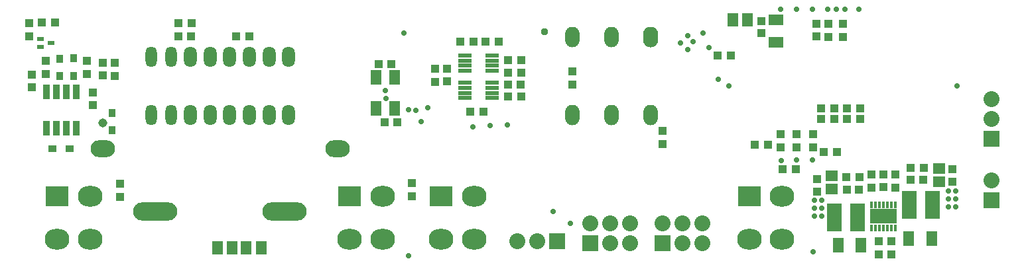
<source format=gbs>
G04 Layer_Color=16711935*
%FSLAX24Y24*%
%MOIN*%
G70*
G01*
G75*
%ADD68R,0.0409X0.0449*%
%ADD69R,0.0449X0.0449*%
%ADD71R,0.0449X0.0409*%
%ADD72R,0.0339X0.0756*%
%ADD73R,0.0331X0.0213*%
%ADD74R,0.0370X0.0390*%
%ADD75R,0.0390X0.0370*%
%ADD79R,0.0528X0.0685*%
%ADD85R,0.0449X0.0449*%
%ADD88O,0.1236X0.1039*%
%ADD89R,0.1157X0.1039*%
%ADD90R,0.0803X0.0803*%
%ADD91C,0.0803*%
%ADD92R,0.0803X0.0803*%
%ADD93O,0.0724X0.1039*%
%ADD94O,0.0764X0.1039*%
%ADD95C,0.0291*%
%ADD96O,0.1236X0.0843*%
%ADD97O,0.0567X0.1039*%
%ADD98O,0.0646X0.1039*%
%ADD99O,0.2220X0.0921*%
%ADD100C,0.0449*%
%ADD101R,0.0764X0.0567*%
%ADD102R,0.0154X0.0331*%
%ADD103R,0.1354X0.0724*%
%ADD104R,0.0764X0.1394*%
%ADD105R,0.0685X0.0193*%
%ADD106R,0.0528X0.0764*%
%ADD107R,0.0646X0.0567*%
%ADD108R,0.0567X0.0764*%
%ADD109C,0.0370*%
D68*
X35453Y10551D02*
D03*
X36122D02*
D03*
X8327Y12165D02*
D03*
X8996D02*
D03*
X11240Y11496D02*
D03*
X11909D02*
D03*
X40650Y7874D02*
D03*
X41319D02*
D03*
X42618D02*
D03*
X41949D02*
D03*
X41319Y7323D02*
D03*
X40650D02*
D03*
X41949D02*
D03*
X42618D02*
D03*
X24902Y8465D02*
D03*
X25571D02*
D03*
X23681Y7717D02*
D03*
X23012D02*
D03*
X25571Y9685D02*
D03*
X24902D02*
D03*
X25571Y10315D02*
D03*
X24902D02*
D03*
X23169Y11240D02*
D03*
X22500D02*
D03*
X24449D02*
D03*
X23780D02*
D03*
X40768Y5669D02*
D03*
X41437D02*
D03*
X37972Y6024D02*
D03*
X37303D02*
D03*
X39390Y4803D02*
D03*
X38720D02*
D03*
X1476Y12205D02*
D03*
X2146D02*
D03*
X41909Y4409D02*
D03*
X42579D02*
D03*
X45138Y4862D02*
D03*
X45807D02*
D03*
D69*
X21850Y9882D02*
D03*
Y9252D02*
D03*
X4035Y8681D02*
D03*
Y8051D02*
D03*
X37638Y11654D02*
D03*
Y12283D02*
D03*
X40453Y4291D02*
D03*
Y3661D02*
D03*
X47234Y4173D02*
D03*
Y4803D02*
D03*
X984Y8937D02*
D03*
Y9567D02*
D03*
X43780Y4528D02*
D03*
Y3898D02*
D03*
X40394Y11496D02*
D03*
Y12126D02*
D03*
X4528Y10157D02*
D03*
Y9528D02*
D03*
D71*
X21260Y9193D02*
D03*
Y9862D02*
D03*
X43543Y492D02*
D03*
Y1161D02*
D03*
X20079Y4114D02*
D03*
Y3445D02*
D03*
X28150Y9744D02*
D03*
Y9075D02*
D03*
X5394Y4075D02*
D03*
Y3406D02*
D03*
X41024Y11476D02*
D03*
Y12146D02*
D03*
X40236Y6555D02*
D03*
Y5886D02*
D03*
X38622Y6555D02*
D03*
Y5886D02*
D03*
X39409Y6555D02*
D03*
Y5886D02*
D03*
X41732Y11476D02*
D03*
Y12146D02*
D03*
X827Y11516D02*
D03*
Y12185D02*
D03*
X1673Y10276D02*
D03*
Y9606D02*
D03*
X3740Y9606D02*
D03*
Y10276D02*
D03*
X5157Y10177D02*
D03*
Y9508D02*
D03*
X43189Y3878D02*
D03*
Y4547D02*
D03*
X44370Y3878D02*
D03*
Y4547D02*
D03*
X44173Y1161D02*
D03*
Y492D02*
D03*
X32677Y6752D02*
D03*
Y6083D02*
D03*
D72*
X2211Y6854D02*
D03*
X2711D02*
D03*
X3211D02*
D03*
X1711D02*
D03*
X2711Y8697D02*
D03*
X3211D02*
D03*
X1711D02*
D03*
X2211D02*
D03*
D73*
X1417Y10961D02*
D03*
Y11361D02*
D03*
X1929Y11161D02*
D03*
D74*
X3071Y9518D02*
D03*
Y10404D02*
D03*
X5000Y7648D02*
D03*
Y6762D02*
D03*
X2362Y10384D02*
D03*
Y9498D02*
D03*
D75*
X1998Y5827D02*
D03*
X2884D02*
D03*
D79*
X36202Y12323D02*
D03*
X36947D02*
D03*
X11047Y824D02*
D03*
X10302D02*
D03*
X11754Y827D02*
D03*
X12498D02*
D03*
D85*
X19331Y7165D02*
D03*
X18701D02*
D03*
X18425Y10118D02*
D03*
X19055D02*
D03*
X8976Y11496D02*
D03*
X8346D02*
D03*
X24921Y9055D02*
D03*
X25551D02*
D03*
X42559Y3780D02*
D03*
X41929D02*
D03*
X45157Y4272D02*
D03*
X45787D02*
D03*
D88*
X18610Y3445D02*
D03*
X16957Y1280D02*
D03*
X18610D02*
D03*
X23205D02*
D03*
X21551D02*
D03*
X23205Y3445D02*
D03*
X38689D02*
D03*
X37035Y1280D02*
D03*
X38689D02*
D03*
X3909D02*
D03*
X2256D02*
D03*
X3909Y3445D02*
D03*
D89*
X16957D02*
D03*
X21551D02*
D03*
X37035D02*
D03*
X2256D02*
D03*
D90*
X49213Y3248D02*
D03*
Y6346D02*
D03*
D91*
Y4248D02*
D03*
Y8346D02*
D03*
Y7346D02*
D03*
X25378Y1181D02*
D03*
X26378D02*
D03*
X33677Y2083D02*
D03*
X32677D02*
D03*
X33677Y1083D02*
D03*
X34677D02*
D03*
Y2083D02*
D03*
X30035D02*
D03*
X29035D02*
D03*
X30035Y1083D02*
D03*
X31035D02*
D03*
Y2083D02*
D03*
D92*
X27378Y1181D02*
D03*
X32677Y1083D02*
D03*
X29035D02*
D03*
D93*
X28150Y11457D02*
D03*
X30118D02*
D03*
X32087Y7520D02*
D03*
X30118D02*
D03*
X28150D02*
D03*
D94*
X32087Y11457D02*
D03*
D95*
X38622Y12874D02*
D03*
X40197D02*
D03*
X40984D02*
D03*
X41850D02*
D03*
X47480Y9016D02*
D03*
X23159Y6929D02*
D03*
X19685Y11673D02*
D03*
X19921Y433D02*
D03*
X18775Y8376D02*
D03*
X18760Y8760D02*
D03*
X35000Y10945D02*
D03*
X40236Y630D02*
D03*
X34724Y11654D02*
D03*
X33583Y11181D02*
D03*
X34213Y11220D02*
D03*
X33937Y11535D02*
D03*
X24016Y7008D02*
D03*
X24862Y7047D02*
D03*
X27165Y2657D02*
D03*
X28051Y2067D02*
D03*
X20551Y7205D02*
D03*
X20276Y7756D02*
D03*
X20866Y7913D02*
D03*
X19921Y7795D02*
D03*
X36024Y9016D02*
D03*
X47402Y3701D02*
D03*
X47047D02*
D03*
X40315Y2835D02*
D03*
X47402Y3307D02*
D03*
X40315Y3228D02*
D03*
Y2441D02*
D03*
X47402Y2913D02*
D03*
X47047D02*
D03*
X40202Y5280D02*
D03*
X39412Y5278D02*
D03*
X38632Y5246D02*
D03*
X47047Y3307D02*
D03*
X35472Y9331D02*
D03*
X39409Y12874D02*
D03*
X41417D02*
D03*
X42559D02*
D03*
X33937Y10827D02*
D03*
X40669Y3228D02*
D03*
Y2441D02*
D03*
Y2835D02*
D03*
D96*
X4528Y5827D02*
D03*
X16339D02*
D03*
D97*
X6988Y7520D02*
D03*
X7972D02*
D03*
Y10472D02*
D03*
X6988D02*
D03*
D98*
X9941Y7520D02*
D03*
X11909D02*
D03*
X12894D02*
D03*
X13878D02*
D03*
X10925D02*
D03*
X8957D02*
D03*
Y10472D02*
D03*
X10925D02*
D03*
X13878D02*
D03*
X12894D02*
D03*
X11909D02*
D03*
X9941D02*
D03*
D99*
X13681Y2677D02*
D03*
X7185D02*
D03*
D100*
X4528Y7126D02*
D03*
D101*
X38386Y12343D02*
D03*
Y11201D02*
D03*
D102*
X44370Y1850D02*
D03*
X44173D02*
D03*
X43976D02*
D03*
X43780D02*
D03*
X43583D02*
D03*
X43386D02*
D03*
X43189D02*
D03*
Y2992D02*
D03*
X43386D02*
D03*
X43583D02*
D03*
X43780D02*
D03*
X43976D02*
D03*
X44173D02*
D03*
X44370D02*
D03*
D103*
X43780Y2421D02*
D03*
D104*
X42480Y2362D02*
D03*
X41299D02*
D03*
X46260Y2992D02*
D03*
X45079D02*
D03*
D105*
X22756Y9163D02*
D03*
Y8907D02*
D03*
Y8652D02*
D03*
Y8396D02*
D03*
X24094D02*
D03*
Y8652D02*
D03*
Y8907D02*
D03*
Y9163D02*
D03*
Y9774D02*
D03*
Y10030D02*
D03*
Y10285D02*
D03*
Y10541D02*
D03*
X22756D02*
D03*
Y10285D02*
D03*
Y10030D02*
D03*
Y9774D02*
D03*
D106*
X18278Y9429D02*
D03*
Y7854D02*
D03*
X19222D02*
D03*
Y9429D02*
D03*
D107*
X41181Y4469D02*
D03*
Y3799D02*
D03*
X46565Y4843D02*
D03*
Y4173D02*
D03*
D108*
X46201Y1299D02*
D03*
X45059D02*
D03*
X42657Y984D02*
D03*
X41516D02*
D03*
D109*
X26732Y11732D02*
D03*
M02*

</source>
